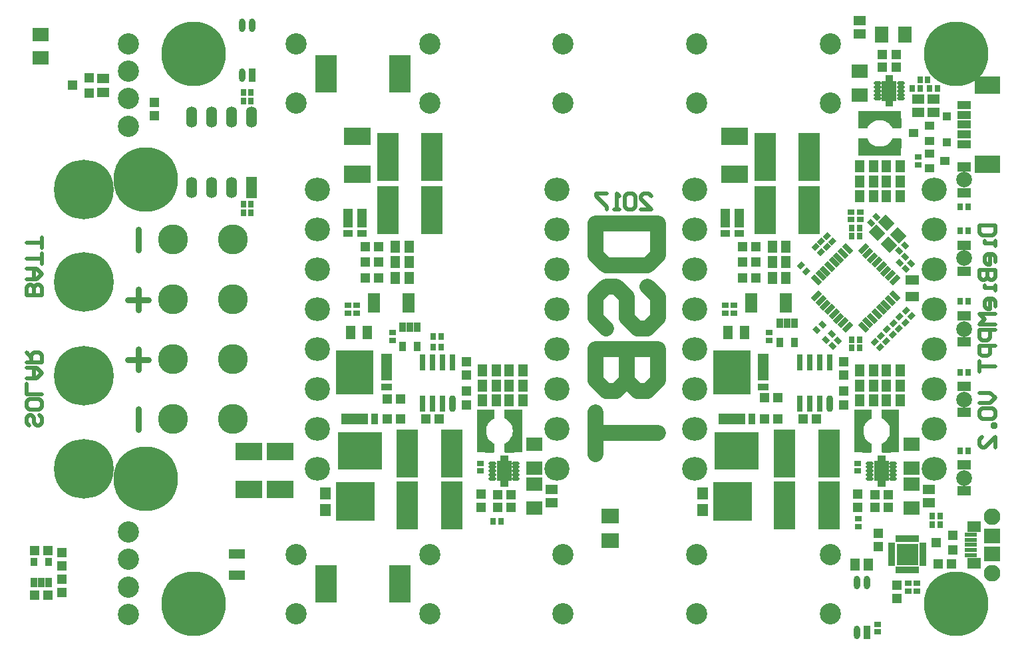
<source format=gbs>
G04 Layer_Color=16711935*
%FSLAX44Y44*%
%MOMM*%
G71*
G01*
G75*
%ADD20C,0.5000*%
%ADD21C,0.8000*%
%ADD98O,3.2032X3.0032*%
%ADD99C,2.7032*%
%ADD100C,7.6032*%
%ADD101C,2.1032*%
%ADD102C,8.2032*%
%ADD103C,3.8032*%
%ADD104C,2.0032*%
%ADD105C,2.0000*%
G04:AMPARAMS|DCode=106|XSize=0.8382mm|YSize=0.7032mm|CornerRadius=0mm|HoleSize=0mm|Usage=FLASHONLY|Rotation=225.000|XOffset=0mm|YOffset=0mm|HoleType=Round|Shape=Rectangle|*
%AMROTATEDRECTD106*
4,1,4,0.0477,0.5450,0.5450,0.0477,-0.0477,-0.5450,-0.5450,-0.0477,0.0477,0.5450,0.0*
%
%ADD106ROTATEDRECTD106*%

G04:AMPARAMS|DCode=107|XSize=1.6032mm|YSize=1.4032mm|CornerRadius=0mm|HoleSize=0mm|Usage=FLASHONLY|Rotation=135.000|XOffset=0mm|YOffset=0mm|HoleType=Round|Shape=Rectangle|*
%AMROTATEDRECTD107*
4,1,4,1.0629,-0.0707,0.0707,-1.0629,-1.0629,0.0707,-0.0707,1.0629,1.0629,-0.0707,0.0*
%
%ADD107ROTATEDRECTD107*%

%ADD108R,1.6032X1.3032*%
%ADD109R,0.8382X0.7032*%
%ADD110R,1.3032X1.6032*%
%ADD111R,1.2032X1.3032*%
%ADD112R,0.7032X0.8382*%
%ADD113R,1.3032X1.2032*%
G04:AMPARAMS|DCode=114|XSize=0.8382mm|YSize=0.7032mm|CornerRadius=0mm|HoleSize=0mm|Usage=FLASHONLY|Rotation=135.000|XOffset=0mm|YOffset=0mm|HoleType=Round|Shape=Rectangle|*
%AMROTATEDRECTD114*
4,1,4,0.5450,-0.0477,0.0477,-0.5450,-0.5450,0.0477,-0.0477,0.5450,0.5450,-0.0477,0.0*
%
%ADD114ROTATEDRECTD114*%

%ADD115R,1.3032X1.7032*%
%ADD116R,1.2132X2.4902*%
%ADD117R,1.2132X0.9652*%
%ADD118R,2.0032X1.3032*%
%ADD119R,1.1532X1.1032*%
%ADD120R,1.1532X1.1032*%
%ADD121R,3.3532X1.4732*%
%ADD122R,0.8132X1.4732*%
%ADD123R,5.7032X4.8032*%
%ADD124R,1.4732X3.3532*%
%ADD125R,1.4732X0.8132*%
%ADD126R,4.8032X5.7032*%
%ADD127R,5.5032X1.1532*%
%ADD128R,1.1532X5.5032*%
%ADD129R,2.8032X4.7032*%
%ADD130R,1.7032X1.3032*%
%ADD131R,1.8032X1.0032*%
%ADD132R,3.2032X2.3032*%
%ADD133R,2.1032X1.9532*%
%ADD134R,1.6032X0.6032*%
%ADD135R,1.6532X1.3532*%
%ADD136R,0.4832X0.9032*%
%ADD137R,1.8532X2.6032*%
G04:AMPARAMS|DCode=138|XSize=0.4332mm|YSize=1.0032mm|CornerRadius=0.1476mm|HoleSize=0mm|Usage=FLASHONLY|Rotation=90.000|XOffset=0mm|YOffset=0mm|HoleType=Round|Shape=RoundedRectangle|*
%AMROUNDEDRECTD138*
21,1,0.4332,0.7080,0,0,90.0*
21,1,0.1380,1.0032,0,0,90.0*
1,1,0.2952,0.3540,0.0690*
1,1,0.2952,0.3540,-0.0690*
1,1,0.2952,-0.3540,-0.0690*
1,1,0.2952,-0.3540,0.0690*
%
%ADD138ROUNDEDRECTD138*%
%ADD139R,1.6032X0.5032*%
%ADD140R,0.9032X1.2032*%
%ADD141R,2.8032X2.8032*%
%ADD142R,0.9532X0.5032*%
%ADD143R,0.5032X0.9532*%
%ADD144R,1.4032X2.7032*%
%ADD145O,1.4032X2.7032*%
%ADD146R,0.8032X2.0032*%
G04:AMPARAMS|DCode=147|XSize=0.8032mm|YSize=2.0032mm|CornerRadius=0.2516mm|HoleSize=0mm|Usage=FLASHONLY|Rotation=0.000|XOffset=0mm|YOffset=0mm|HoleType=Round|Shape=RoundedRectangle|*
%AMROUNDEDRECTD147*
21,1,0.8032,1.5000,0,0,0.0*
21,1,0.3000,2.0032,0,0,0.0*
1,1,0.5032,0.1500,-0.7500*
1,1,0.5032,-0.1500,-0.7500*
1,1,0.5032,-0.1500,0.7500*
1,1,0.5032,0.1500,0.7500*
%
%ADD147ROUNDEDRECTD147*%
G04:AMPARAMS|DCode=148|XSize=0.7032mm|YSize=1.4032mm|CornerRadius=0mm|HoleSize=0mm|Usage=FLASHONLY|Rotation=225.000|XOffset=0mm|YOffset=0mm|HoleType=Round|Shape=Rectangle|*
%AMROTATEDRECTD148*
4,1,4,-0.2475,0.7447,0.7447,-0.2475,0.2475,-0.7447,-0.7447,0.2475,-0.2475,0.7447,0.0*
%
%ADD148ROTATEDRECTD148*%

G04:AMPARAMS|DCode=149|XSize=0.7032mm|YSize=1.4032mm|CornerRadius=0mm|HoleSize=0mm|Usage=FLASHONLY|Rotation=315.000|XOffset=0mm|YOffset=0mm|HoleType=Round|Shape=Rectangle|*
%AMROTATEDRECTD149*
4,1,4,-0.7447,-0.2475,0.2475,0.7447,0.7447,0.2475,-0.2475,-0.7447,-0.7447,-0.2475,0.0*
%
%ADD149ROTATEDRECTD149*%

%ADD150R,3.3532X2.2032*%
%ADD151R,2.2332X1.8532*%
%ADD152R,1.8032X1.3032*%
%ADD153R,1.4732X1.6032*%
%ADD154R,4.9232X5.0032*%
%ADD155R,1.0532X1.0532*%
%ADD156R,1.2032X1.2032*%
%ADD157R,0.8132X1.7232*%
%ADD158O,0.8132X1.7232*%
%ADD159R,2.7032X6.2032*%
%ADD160R,2.0032X1.8032*%
%ADD161R,1.8032X2.0032*%
%ADD162R,0.8932X1.1032*%
%ADD163R,0.8932X1.1932*%
%ADD164C,0.7032*%
G36*
X1081633Y-102491D02*
X1081764Y-102516D01*
X1081890Y-102559D01*
X1082009Y-102618D01*
X1082120Y-102692D01*
X1082220Y-102780D01*
X1082308Y-102880D01*
X1082382Y-102991D01*
X1082441Y-103110D01*
X1082484Y-103237D01*
X1082510Y-103367D01*
X1082518Y-103500D01*
Y-113500D01*
X1082516Y-113531D01*
X1082516Y-113561D01*
X1082512Y-113597D01*
X1082510Y-113633D01*
X1082504Y-113663D01*
X1082500Y-113693D01*
X1082490Y-113728D01*
X1082484Y-113764D01*
X1082474Y-113792D01*
X1082466Y-113822D01*
X1082452Y-113855D01*
X1082441Y-113890D01*
X1082427Y-113917D01*
X1082416Y-113945D01*
X1082398Y-113977D01*
X1082382Y-114009D01*
X1082365Y-114034D01*
X1082350Y-114061D01*
X1082328Y-114090D01*
X1082308Y-114120D01*
X1082288Y-114143D01*
X1082269Y-114167D01*
X1082244Y-114193D01*
X1082220Y-114220D01*
X1082197Y-114240D01*
X1082176Y-114262D01*
X1082147Y-114284D01*
X1082120Y-114308D01*
X1082094Y-114325D01*
X1082070Y-114344D01*
X1082039Y-114362D01*
X1082009Y-114382D01*
X1081982Y-114395D01*
X1081955Y-114411D01*
X1080012Y-115382D01*
X1078649Y-116291D01*
X1075309Y-119631D01*
X1073893Y-121990D01*
X1073443Y-122891D01*
X1072500Y-125720D01*
X1072025Y-130000D01*
X1072504Y-134319D01*
X1072961Y-136145D01*
X1074382Y-138988D01*
X1075291Y-140351D01*
X1077669Y-142729D01*
X1079569Y-144154D01*
X1082024Y-145627D01*
X1082071Y-145660D01*
X1082120Y-145692D01*
X1082126Y-145698D01*
X1082133Y-145703D01*
X1082176Y-145742D01*
X1082220Y-145780D01*
X1082226Y-145787D01*
X1082232Y-145792D01*
X1082270Y-145837D01*
X1082308Y-145880D01*
X1082312Y-145887D01*
X1082318Y-145894D01*
X1082349Y-145943D01*
X1082382Y-145991D01*
X1082386Y-145999D01*
X1082390Y-146006D01*
X1082415Y-146058D01*
X1082441Y-146110D01*
X1082443Y-146119D01*
X1082447Y-146126D01*
X1082465Y-146181D01*
X1082484Y-146236D01*
X1082485Y-146245D01*
X1082488Y-146253D01*
X1082498Y-146310D01*
X1082510Y-146367D01*
X1082510Y-146376D01*
X1082512Y-146384D01*
X1082514Y-146441D01*
X1082518Y-146500D01*
Y-156500D01*
X1082510Y-156633D01*
X1082484Y-156763D01*
X1082441Y-156890D01*
X1082382Y-157009D01*
X1082308Y-157120D01*
X1082220Y-157220D01*
X1082120Y-157308D01*
X1082009Y-157382D01*
X1081890Y-157441D01*
X1081764Y-157484D01*
X1081633Y-157509D01*
X1081500Y-157518D01*
X1071000D01*
X1070867Y-157509D01*
X1070736Y-157484D01*
X1070610Y-157441D01*
X1070491Y-157382D01*
X1070380Y-157308D01*
X1070280Y-157220D01*
X1070192Y-157120D01*
X1070118Y-157009D01*
X1070059Y-156890D01*
X1070016Y-156763D01*
X1069990Y-156633D01*
X1069982Y-156500D01*
Y-130000D01*
Y-103500D01*
X1069990Y-103367D01*
X1070016Y-103237D01*
X1070059Y-103110D01*
X1070118Y-102991D01*
X1070192Y-102880D01*
X1070280Y-102780D01*
X1070380Y-102692D01*
X1070491Y-102618D01*
X1070610Y-102559D01*
X1070736Y-102516D01*
X1070867Y-102491D01*
X1071000Y-102482D01*
X1081500D01*
X1081633Y-102491D01*
D02*
G37*
G36*
X627133D02*
X627263Y-102516D01*
X627390Y-102559D01*
X627509Y-102618D01*
X627620Y-102692D01*
X627720Y-102780D01*
X627808Y-102880D01*
X627882Y-102991D01*
X627941Y-103110D01*
X627984Y-103237D01*
X628009Y-103367D01*
X628018Y-103500D01*
Y-130000D01*
Y-156500D01*
X628009Y-156633D01*
X627984Y-156763D01*
X627941Y-156890D01*
X627882Y-157009D01*
X627808Y-157120D01*
X627720Y-157220D01*
X627620Y-157308D01*
X627509Y-157382D01*
X627390Y-157441D01*
X627263Y-157484D01*
X627133Y-157509D01*
X627000Y-157518D01*
X616500D01*
X616367Y-157509D01*
X616236Y-157484D01*
X616110Y-157441D01*
X615991Y-157382D01*
X615880Y-157308D01*
X615780Y-157220D01*
X615692Y-157120D01*
X615618Y-157009D01*
X615559Y-156890D01*
X615517Y-156763D01*
X615490Y-156633D01*
X615482Y-156500D01*
Y-146500D01*
X615486Y-146441D01*
X615489Y-146384D01*
X615490Y-146376D01*
X615490Y-146367D01*
X615502Y-146310D01*
X615512Y-146253D01*
X615515Y-146245D01*
X615517Y-146236D01*
X615535Y-146181D01*
X615553Y-146126D01*
X615556Y-146119D01*
X615559Y-146110D01*
X615585Y-146058D01*
X615610Y-146006D01*
X615614Y-145999D01*
X615618Y-145991D01*
X615650Y-145943D01*
X615682Y-145894D01*
X615687Y-145887D01*
X615692Y-145880D01*
X615730Y-145837D01*
X615768Y-145792D01*
X615774Y-145787D01*
X615780Y-145780D01*
X615824Y-145742D01*
X615867Y-145703D01*
X615874Y-145698D01*
X615880Y-145692D01*
X615929Y-145660D01*
X615976Y-145627D01*
X618431Y-144154D01*
X620331Y-142729D01*
X621729Y-141331D01*
X623130Y-139462D01*
X624589Y-136545D01*
X625039Y-135645D01*
X625497Y-133813D01*
X625975Y-129993D01*
X625496Y-125680D01*
X625039Y-123855D01*
X623630Y-121038D01*
X622229Y-119169D01*
X619369Y-116309D01*
X617010Y-114893D01*
X616045Y-114411D01*
X616018Y-114395D01*
X615991Y-114382D01*
X615961Y-114362D01*
X615930Y-114344D01*
X615906Y-114325D01*
X615880Y-114308D01*
X615853Y-114284D01*
X615825Y-114262D01*
X615803Y-114240D01*
X615780Y-114220D01*
X615756Y-114193D01*
X615731Y-114167D01*
X615712Y-114143D01*
X615692Y-114120D01*
X615672Y-114090D01*
X615650Y-114061D01*
X615635Y-114034D01*
X615618Y-114009D01*
X615602Y-113977D01*
X615584Y-113945D01*
X615573Y-113917D01*
X615559Y-113890D01*
X615548Y-113855D01*
X615534Y-113822D01*
X615526Y-113792D01*
X615517Y-113764D01*
X615509Y-113728D01*
X615500Y-113693D01*
X615496Y-113663D01*
X615490Y-113633D01*
X615488Y-113597D01*
X615484Y-113561D01*
X615484Y-113531D01*
X615482Y-113500D01*
Y-103500D01*
X615490Y-103367D01*
X615517Y-103237D01*
X615559Y-103110D01*
X615618Y-102991D01*
X615692Y-102880D01*
X615780Y-102780D01*
X615880Y-102692D01*
X615991Y-102618D01*
X616110Y-102559D01*
X616236Y-102516D01*
X616367Y-102491D01*
X616500Y-102482D01*
X627000D01*
X627133Y-102491D01*
D02*
G37*
G36*
X601633D02*
X601763Y-102516D01*
X601890Y-102559D01*
X602009Y-102618D01*
X602120Y-102692D01*
X602220Y-102780D01*
X602308Y-102880D01*
X602382Y-102991D01*
X602441Y-103110D01*
X602483Y-103237D01*
X602509Y-103367D01*
X602518Y-103500D01*
Y-113500D01*
X602516Y-113531D01*
X602516Y-113561D01*
X602512Y-113597D01*
X602509Y-113633D01*
X602504Y-113663D01*
X602500Y-113693D01*
X602491Y-113728D01*
X602483Y-113764D01*
X602474Y-113792D01*
X602466Y-113822D01*
X602452Y-113855D01*
X602441Y-113890D01*
X602427Y-113917D01*
X602416Y-113945D01*
X602398Y-113977D01*
X602382Y-114009D01*
X602365Y-114034D01*
X602350Y-114061D01*
X602328Y-114090D01*
X602308Y-114120D01*
X602288Y-114143D01*
X602269Y-114167D01*
X602244Y-114193D01*
X602220Y-114220D01*
X602197Y-114240D01*
X602175Y-114262D01*
X602147Y-114284D01*
X602120Y-114308D01*
X602094Y-114325D01*
X602070Y-114344D01*
X602039Y-114362D01*
X602009Y-114382D01*
X601982Y-114395D01*
X601955Y-114411D01*
X600012Y-115382D01*
X598649Y-116291D01*
X595309Y-119631D01*
X593893Y-121990D01*
X593443Y-122891D01*
X592500Y-125720D01*
X592024Y-130000D01*
X592504Y-134319D01*
X592961Y-136145D01*
X594382Y-138988D01*
X595291Y-140351D01*
X597669Y-142729D01*
X599569Y-144154D01*
X602024Y-145627D01*
X602071Y-145660D01*
X602120Y-145692D01*
X602126Y-145698D01*
X602133Y-145703D01*
X602176Y-145742D01*
X602220Y-145780D01*
X602226Y-145787D01*
X602232Y-145792D01*
X602270Y-145837D01*
X602308Y-145880D01*
X602313Y-145887D01*
X602318Y-145894D01*
X602350Y-145943D01*
X602382Y-145991D01*
X602386Y-145999D01*
X602390Y-146006D01*
X602415Y-146058D01*
X602441Y-146110D01*
X602444Y-146119D01*
X602447Y-146126D01*
X602465Y-146181D01*
X602483Y-146236D01*
X602485Y-146245D01*
X602488Y-146253D01*
X602498Y-146310D01*
X602509Y-146367D01*
X602510Y-146376D01*
X602511Y-146384D01*
X602514Y-146441D01*
X602518Y-146500D01*
Y-156500D01*
X602509Y-156633D01*
X602483Y-156763D01*
X602441Y-156890D01*
X602382Y-157009D01*
X602308Y-157120D01*
X602220Y-157220D01*
X602120Y-157308D01*
X602009Y-157382D01*
X601890Y-157441D01*
X601763Y-157484D01*
X601633Y-157509D01*
X601500Y-157518D01*
X591000D01*
X590867Y-157509D01*
X590737Y-157484D01*
X590610Y-157441D01*
X590491Y-157382D01*
X590380Y-157308D01*
X590280Y-157220D01*
X590192Y-157120D01*
X590118Y-157009D01*
X590059Y-156890D01*
X590017Y-156763D01*
X589991Y-156633D01*
X589982Y-156500D01*
Y-130000D01*
Y-103500D01*
X589991Y-103367D01*
X590017Y-103237D01*
X590059Y-103110D01*
X590118Y-102991D01*
X590192Y-102880D01*
X590280Y-102780D01*
X590380Y-102692D01*
X590491Y-102618D01*
X590610Y-102559D01*
X590737Y-102516D01*
X590867Y-102491D01*
X591000Y-102482D01*
X601500D01*
X601633Y-102491D01*
D02*
G37*
G36*
X1119633Y268009D02*
X1119763Y267983D01*
X1119890Y267941D01*
X1120009Y267882D01*
X1120120Y267808D01*
X1120220Y267720D01*
X1120308Y267620D01*
X1120382Y267509D01*
X1120441Y267390D01*
X1120483Y267264D01*
X1120509Y267133D01*
X1120518Y267000D01*
Y256500D01*
X1120509Y256367D01*
X1120483Y256236D01*
X1120441Y256110D01*
X1120382Y255991D01*
X1120308Y255880D01*
X1120220Y255780D01*
X1120120Y255692D01*
X1120009Y255618D01*
X1119890Y255559D01*
X1119763Y255516D01*
X1119633Y255490D01*
X1119500Y255482D01*
X1109500D01*
X1109442Y255486D01*
X1109384Y255488D01*
X1109376Y255490D01*
X1109367Y255490D01*
X1109310Y255502D01*
X1109253Y255512D01*
X1109245Y255515D01*
X1109237Y255516D01*
X1109181Y255535D01*
X1109126Y255553D01*
X1109119Y255557D01*
X1109110Y255559D01*
X1109057Y255585D01*
X1109006Y255610D01*
X1108999Y255614D01*
X1108991Y255618D01*
X1108943Y255651D01*
X1108894Y255682D01*
X1108887Y255688D01*
X1108880Y255692D01*
X1108837Y255730D01*
X1108792Y255768D01*
X1108786Y255774D01*
X1108780Y255780D01*
X1108742Y255824D01*
X1108703Y255867D01*
X1108698Y255874D01*
X1108692Y255880D01*
X1108660Y255929D01*
X1108627Y255976D01*
X1107154Y258431D01*
X1105729Y260331D01*
X1104331Y261729D01*
X1102462Y263130D01*
X1099545Y264589D01*
X1098645Y265039D01*
X1096813Y265497D01*
X1092993Y265975D01*
X1088680Y265496D01*
X1086855Y265039D01*
X1084037Y263630D01*
X1082169Y262229D01*
X1079309Y259369D01*
X1077893Y257010D01*
X1077411Y256045D01*
X1077395Y256018D01*
X1077382Y255991D01*
X1077362Y255961D01*
X1077344Y255930D01*
X1077325Y255906D01*
X1077308Y255880D01*
X1077284Y255853D01*
X1077262Y255825D01*
X1077240Y255803D01*
X1077220Y255780D01*
X1077193Y255756D01*
X1077167Y255731D01*
X1077143Y255712D01*
X1077120Y255692D01*
X1077090Y255672D01*
X1077061Y255650D01*
X1077034Y255635D01*
X1077009Y255618D01*
X1076977Y255602D01*
X1076945Y255584D01*
X1076917Y255573D01*
X1076890Y255559D01*
X1076855Y255548D01*
X1076822Y255534D01*
X1076793Y255526D01*
X1076764Y255516D01*
X1076728Y255509D01*
X1076693Y255500D01*
X1076663Y255497D01*
X1076633Y255490D01*
X1076597Y255488D01*
X1076561Y255484D01*
X1076531Y255484D01*
X1076500Y255482D01*
X1066500D01*
X1066367Y255490D01*
X1066236Y255516D01*
X1066110Y255559D01*
X1065991Y255618D01*
X1065880Y255692D01*
X1065780Y255780D01*
X1065692Y255880D01*
X1065618Y255991D01*
X1065559Y256110D01*
X1065517Y256236D01*
X1065490Y256367D01*
X1065482Y256500D01*
Y267000D01*
X1065490Y267133D01*
X1065517Y267264D01*
X1065559Y267390D01*
X1065618Y267509D01*
X1065692Y267620D01*
X1065780Y267720D01*
X1065880Y267808D01*
X1065991Y267882D01*
X1066110Y267941D01*
X1066236Y267983D01*
X1066367Y268009D01*
X1066500Y268018D01*
X1119500D01*
X1119633Y268009D01*
D02*
G37*
G36*
Y242509D02*
X1119763Y242484D01*
X1119890Y242441D01*
X1120009Y242382D01*
X1120120Y242308D01*
X1120220Y242220D01*
X1120308Y242120D01*
X1120382Y242009D01*
X1120441Y241890D01*
X1120483Y241763D01*
X1120509Y241633D01*
X1120518Y241500D01*
Y231000D01*
X1120509Y230867D01*
X1120483Y230737D01*
X1120441Y230610D01*
X1120382Y230491D01*
X1120308Y230380D01*
X1120220Y230280D01*
X1120120Y230192D01*
X1120009Y230118D01*
X1119890Y230059D01*
X1119763Y230016D01*
X1119633Y229991D01*
X1119500Y229982D01*
X1066500D01*
X1066367Y229991D01*
X1066236Y230016D01*
X1066110Y230059D01*
X1065991Y230118D01*
X1065880Y230192D01*
X1065780Y230280D01*
X1065692Y230380D01*
X1065618Y230491D01*
X1065559Y230610D01*
X1065517Y230737D01*
X1065490Y230867D01*
X1065482Y231000D01*
Y241500D01*
X1065490Y241633D01*
X1065517Y241763D01*
X1065559Y241890D01*
X1065618Y242009D01*
X1065692Y242120D01*
X1065780Y242220D01*
X1065880Y242308D01*
X1065991Y242382D01*
X1066110Y242441D01*
X1066236Y242484D01*
X1066367Y242509D01*
X1066500Y242518D01*
X1076500D01*
X1076531Y242516D01*
X1076561Y242516D01*
X1076597Y242512D01*
X1076633Y242509D01*
X1076663Y242504D01*
X1076693Y242500D01*
X1076728Y242491D01*
X1076764Y242484D01*
X1076793Y242474D01*
X1076822Y242466D01*
X1076855Y242452D01*
X1076890Y242441D01*
X1076917Y242427D01*
X1076945Y242416D01*
X1076977Y242398D01*
X1077009Y242382D01*
X1077034Y242365D01*
X1077061Y242350D01*
X1077090Y242328D01*
X1077120Y242308D01*
X1077143Y242288D01*
X1077167Y242269D01*
X1077193Y242244D01*
X1077220Y242220D01*
X1077240Y242197D01*
X1077262Y242176D01*
X1077284Y242147D01*
X1077308Y242120D01*
X1077325Y242094D01*
X1077344Y242070D01*
X1077362Y242039D01*
X1077382Y242009D01*
X1077395Y241982D01*
X1077411Y241955D01*
X1078382Y240012D01*
X1079291Y238649D01*
X1082631Y235309D01*
X1084990Y233893D01*
X1085891Y233443D01*
X1088720Y232500D01*
X1093000Y232024D01*
X1097319Y232504D01*
X1099145Y232961D01*
X1101988Y234382D01*
X1103351Y235291D01*
X1105729Y237669D01*
X1107154Y239569D01*
X1108627Y242024D01*
X1108660Y242071D01*
X1108692Y242120D01*
X1108698Y242126D01*
X1108703Y242133D01*
X1108742Y242176D01*
X1108780Y242220D01*
X1108786Y242226D01*
X1108792Y242232D01*
X1108837Y242270D01*
X1108880Y242308D01*
X1108887Y242313D01*
X1108894Y242318D01*
X1108943Y242349D01*
X1108991Y242382D01*
X1108999Y242386D01*
X1109006Y242390D01*
X1109057Y242415D01*
X1109110Y242441D01*
X1109119Y242444D01*
X1109126Y242447D01*
X1109181Y242465D01*
X1109237Y242484D01*
X1109245Y242485D01*
X1109253Y242488D01*
X1109310Y242498D01*
X1109367Y242509D01*
X1109376Y242510D01*
X1109384Y242512D01*
X1109442Y242514D01*
X1109500Y242518D01*
X1119500D01*
X1119633Y242509D01*
D02*
G37*
G36*
X1107133Y-102491D02*
X1107263Y-102516D01*
X1107390Y-102559D01*
X1107509Y-102618D01*
X1107620Y-102692D01*
X1107720Y-102780D01*
X1107808Y-102880D01*
X1107882Y-102991D01*
X1107941Y-103110D01*
X1107983Y-103237D01*
X1108009Y-103367D01*
X1108018Y-103500D01*
Y-130000D01*
D01*
Y-156500D01*
X1108009Y-156633D01*
X1107983Y-156763D01*
X1107941Y-156890D01*
X1107882Y-157009D01*
X1107808Y-157120D01*
X1107720Y-157220D01*
X1107620Y-157308D01*
X1107509Y-157382D01*
X1107390Y-157441D01*
X1107263Y-157484D01*
X1107133Y-157509D01*
X1107000Y-157518D01*
X1096500D01*
X1096367Y-157509D01*
X1096236Y-157484D01*
X1096110Y-157441D01*
X1095991Y-157382D01*
X1095880Y-157308D01*
X1095780Y-157220D01*
X1095692Y-157120D01*
X1095618Y-157009D01*
X1095559Y-156890D01*
X1095517Y-156763D01*
X1095490Y-156633D01*
X1095482Y-156500D01*
Y-146500D01*
X1095486Y-146441D01*
X1095489Y-146384D01*
X1095490Y-146376D01*
X1095490Y-146367D01*
X1095502Y-146310D01*
X1095512Y-146253D01*
X1095515Y-146245D01*
X1095517Y-146236D01*
X1095535Y-146181D01*
X1095553Y-146126D01*
X1095556Y-146119D01*
X1095559Y-146110D01*
X1095585Y-146058D01*
X1095610Y-146006D01*
X1095614Y-145999D01*
X1095618Y-145991D01*
X1095650Y-145943D01*
X1095682Y-145894D01*
X1095687Y-145887D01*
X1095692Y-145880D01*
X1095730Y-145837D01*
X1095768Y-145792D01*
X1095774Y-145787D01*
X1095780Y-145780D01*
X1095824Y-145742D01*
X1095867Y-145703D01*
X1095874Y-145698D01*
X1095880Y-145692D01*
X1095929Y-145660D01*
X1095976Y-145627D01*
X1098431Y-144154D01*
X1100331Y-142729D01*
X1101729Y-141331D01*
X1103130Y-139462D01*
X1104589Y-136545D01*
X1105039Y-135645D01*
X1105497Y-133813D01*
X1105975Y-129993D01*
X1105496Y-125680D01*
X1105039Y-123855D01*
X1103630Y-121038D01*
X1102229Y-119169D01*
X1099369Y-116309D01*
X1097010Y-114893D01*
X1096045Y-114411D01*
X1096018Y-114395D01*
X1095991Y-114382D01*
X1095961Y-114362D01*
X1095930Y-114344D01*
X1095906Y-114325D01*
X1095880Y-114308D01*
X1095853Y-114284D01*
X1095825Y-114262D01*
X1095803Y-114240D01*
X1095780Y-114220D01*
X1095756Y-114193D01*
X1095731Y-114167D01*
X1095712Y-114143D01*
X1095692Y-114120D01*
X1095672Y-114090D01*
X1095650Y-114061D01*
X1095635Y-114034D01*
X1095618Y-114009D01*
X1095602Y-113977D01*
X1095584Y-113945D01*
X1095573Y-113917D01*
X1095559Y-113890D01*
X1095548Y-113855D01*
X1095534Y-113822D01*
X1095526Y-113792D01*
X1095517Y-113764D01*
X1095509Y-113728D01*
X1095500Y-113693D01*
X1095497Y-113663D01*
X1095490Y-113633D01*
X1095488Y-113597D01*
X1095484Y-113561D01*
X1095484Y-113531D01*
X1095482Y-113500D01*
Y-103500D01*
X1095490Y-103367D01*
X1095517Y-103237D01*
X1095559Y-103110D01*
X1095618Y-102991D01*
X1095692Y-102880D01*
X1095780Y-102780D01*
X1095880Y-102692D01*
X1095991Y-102618D01*
X1096110Y-102559D01*
X1096236Y-102516D01*
X1096367Y-102491D01*
X1096500Y-102482D01*
X1107000D01*
X1107133Y-102491D01*
D02*
G37*
D20*
X788671Y152000D02*
X802000D01*
X788671Y165329D01*
Y168661D01*
X792003Y171994D01*
X798668D01*
X802000Y168661D01*
X782006D02*
X778674Y171994D01*
X772010D01*
X768677Y168661D01*
Y155332D01*
X772010Y152000D01*
X778674D01*
X782006Y155332D01*
Y168661D01*
X762013Y152000D02*
X755348D01*
X758681D01*
Y171994D01*
X762013Y168661D01*
X745352Y171994D02*
X732023D01*
Y168661D01*
X745352Y155332D01*
Y152000D01*
X1220006Y132000D02*
X1240000D01*
Y122003D01*
X1236668Y118671D01*
X1223339D01*
X1220006Y122003D01*
Y132000D01*
X1240000Y112006D02*
Y105342D01*
Y108674D01*
X1226671D01*
Y112006D01*
X1240000Y85348D02*
Y92013D01*
X1236668Y95345D01*
X1230003D01*
X1226671Y92013D01*
Y85348D01*
X1230003Y82016D01*
X1233335D01*
Y95345D01*
X1220006Y75352D02*
X1240000D01*
Y65355D01*
X1236668Y62023D01*
X1233335D01*
X1230003Y65355D01*
Y75352D01*
Y65355D01*
X1226671Y62023D01*
X1223339D01*
X1220006Y65355D01*
Y75352D01*
X1240000Y55358D02*
Y48693D01*
Y52026D01*
X1226671D01*
Y55358D01*
X1240000Y28700D02*
Y35364D01*
X1236668Y38697D01*
X1230003D01*
X1226671Y35364D01*
Y28700D01*
X1230003Y25368D01*
X1233335D01*
Y38697D01*
X1240000Y18703D02*
X1220006D01*
X1226671Y12039D01*
X1220006Y5374D01*
X1240000D01*
Y-1290D02*
X1220006D01*
Y-11287D01*
X1223339Y-14619D01*
X1230003D01*
X1233335Y-11287D01*
Y-1290D01*
X1240000Y-21284D02*
X1220006D01*
Y-31281D01*
X1223339Y-34613D01*
X1230003D01*
X1233335Y-31281D01*
Y-21284D01*
X1220006Y-41277D02*
Y-54606D01*
Y-47942D01*
X1240000D01*
X1220006Y-81265D02*
X1233335D01*
X1240000Y-87929D01*
X1233335Y-94594D01*
X1220006D01*
X1223339Y-101258D02*
X1220006Y-104590D01*
Y-111255D01*
X1223339Y-114587D01*
X1236668D01*
X1240000Y-111255D01*
Y-104590D01*
X1236668Y-101258D01*
X1223339D01*
X1240000Y-121252D02*
X1236668D01*
Y-124584D01*
X1240000D01*
Y-121252D01*
Y-151242D02*
Y-137913D01*
X1226671Y-151242D01*
X1223339D01*
X1220006Y-147910D01*
Y-141245D01*
X1223339Y-137913D01*
X26994Y43000D02*
X7000D01*
Y52997D01*
X10332Y56329D01*
X13664D01*
X16997Y52997D01*
Y43000D01*
Y52997D01*
X20329Y56329D01*
X23661D01*
X26994Y52997D01*
Y43000D01*
X7000Y62993D02*
X20329D01*
X26994Y69658D01*
X20329Y76323D01*
X7000D01*
X16997D01*
Y62993D01*
X26994Y82987D02*
Y96316D01*
Y89652D01*
X7000D01*
X26994Y102981D02*
Y116310D01*
Y109645D01*
X7000D01*
X23661Y-109671D02*
X26994Y-113003D01*
Y-119668D01*
X23661Y-123000D01*
X20329D01*
X16997Y-119668D01*
Y-113003D01*
X13664Y-109671D01*
X10332D01*
X7000Y-113003D01*
Y-119668D01*
X10332Y-123000D01*
X26994Y-93010D02*
Y-99674D01*
X23661Y-103006D01*
X10332D01*
X7000Y-99674D01*
Y-93010D01*
X10332Y-89677D01*
X23661D01*
X26994Y-93010D01*
Y-83013D02*
X7000D01*
Y-69684D01*
Y-63019D02*
X20329D01*
X26994Y-56355D01*
X20329Y-49690D01*
X7000D01*
X16997D01*
Y-63019D01*
X7000Y-43026D02*
X26994D01*
Y-33029D01*
X23661Y-29697D01*
X16997D01*
X13664Y-33029D01*
Y-43026D01*
Y-36361D02*
X7000Y-29697D01*
D21*
X149344Y-25750D02*
Y-52408D01*
X162673Y-39079D02*
X136014D01*
X149344Y50450D02*
Y23792D01*
X162673Y37121D02*
X136014D01*
X149344Y126650D02*
Y99992D01*
Y-101950D02*
Y-128608D01*
D98*
X682400Y25400D02*
D03*
Y76200D02*
D03*
Y127000D02*
D03*
Y177800D02*
D03*
Y-25400D02*
D03*
Y-76200D02*
D03*
Y-127000D02*
D03*
Y-177800D02*
D03*
X377600Y25400D02*
D03*
Y76200D02*
D03*
Y127000D02*
D03*
Y177800D02*
D03*
Y-25400D02*
D03*
Y-76200D02*
D03*
Y-127000D02*
D03*
Y-177800D02*
D03*
X1162400Y25400D02*
D03*
Y76200D02*
D03*
Y127000D02*
D03*
Y177800D02*
D03*
Y-25400D02*
D03*
Y-76200D02*
D03*
Y-127000D02*
D03*
Y-177800D02*
D03*
X857600Y25400D02*
D03*
Y76200D02*
D03*
Y127000D02*
D03*
Y177800D02*
D03*
Y-25400D02*
D03*
Y-76200D02*
D03*
Y-127000D02*
D03*
Y-177800D02*
D03*
D99*
X137000Y258000D02*
D03*
Y363000D02*
D03*
Y328000D02*
D03*
Y293000D02*
D03*
Y-363500D02*
D03*
Y-258500D02*
D03*
Y-293500D02*
D03*
Y-328500D02*
D03*
X350000Y-287500D02*
D03*
Y-362500D02*
D03*
X690000Y-287500D02*
D03*
Y-362500D02*
D03*
X860000Y-287500D02*
D03*
Y-362500D02*
D03*
X1030000Y-287500D02*
D03*
Y-362500D02*
D03*
X520000Y-287500D02*
D03*
Y-362500D02*
D03*
Y287500D02*
D03*
Y362500D02*
D03*
X690000Y287500D02*
D03*
Y362500D02*
D03*
X860000Y287500D02*
D03*
Y362500D02*
D03*
X1030000Y287500D02*
D03*
Y362500D02*
D03*
X350000Y287500D02*
D03*
Y362500D02*
D03*
D100*
X80000Y-177800D02*
D03*
Y-60000D02*
D03*
Y60000D02*
D03*
Y177800D02*
D03*
D101*
X1235500Y-239250D02*
D03*
Y-310750D02*
D03*
D102*
X158600Y-190500D02*
D03*
Y190500D02*
D03*
X1190000Y-350000D02*
D03*
Y350000D02*
D03*
X220000D02*
D03*
Y-350000D02*
D03*
D103*
X193800Y-114300D02*
D03*
X270000D02*
D03*
X193800Y-38100D02*
D03*
X270000D02*
D03*
Y114300D02*
D03*
X193800D02*
D03*
X270000Y38100D02*
D03*
X193800D02*
D03*
D104*
X1200000Y90000D02*
D03*
Y-90000D02*
D03*
Y0D02*
D03*
Y-190000D02*
D03*
Y190000D02*
D03*
D105*
X731026Y134000D02*
X811000D01*
Y94013D01*
X797671Y80684D01*
X744355D01*
X731026Y94013D01*
Y134000D01*
X744355Y710D02*
X731026Y14039D01*
Y40697D01*
X744355Y54026D01*
X757684D01*
X771013Y40697D01*
Y14039D01*
X784342Y710D01*
X797671D01*
X811000Y14039D01*
Y40697D01*
X797671Y54026D01*
X731026Y-25948D02*
X811000D01*
Y-65935D01*
X797671Y-79264D01*
X784342D01*
X771013Y-65935D01*
Y-25948D01*
Y-65935D01*
X757684Y-79264D01*
X744355D01*
X731026Y-65935D01*
Y-25948D01*
Y-105922D02*
Y-159239D01*
Y-132580D01*
X811000D01*
D106*
X1025485Y118536D02*
D03*
X1032556Y111465D02*
D03*
X1025556Y104465D02*
D03*
X1018485Y111536D02*
D03*
X1018556Y97465D02*
D03*
X1011485Y104536D02*
D03*
X1133536Y16465D02*
D03*
X1126464Y23535D02*
D03*
X1094464Y-8464D02*
D03*
X1101535Y-15536D02*
D03*
X1102465Y-465D02*
D03*
X1109536Y-7535D02*
D03*
X999536Y73464D02*
D03*
X992465Y80536D02*
D03*
X1093536Y-23535D02*
D03*
X1086464Y-16465D02*
D03*
X1117535Y465D02*
D03*
X1110464Y7535D02*
D03*
X1118465Y15536D02*
D03*
X1125536Y8464D02*
D03*
D107*
X1089232Y122768D02*
D03*
X1101252Y134789D02*
D03*
X1104788Y107211D02*
D03*
X1116809Y119232D02*
D03*
D108*
X105000Y301250D02*
D03*
Y318750D02*
D03*
X1067000Y375250D02*
D03*
Y392750D02*
D03*
X1142000Y292750D02*
D03*
Y275250D02*
D03*
X1161000D02*
D03*
Y292750D02*
D03*
X675000Y-204250D02*
D03*
Y-221750D02*
D03*
X1155000Y-204250D02*
D03*
Y-221750D02*
D03*
D109*
X1090000Y-386000D02*
D03*
Y-376000D02*
D03*
X585000Y-181000D02*
D03*
Y-171000D02*
D03*
X1065000Y-181000D02*
D03*
Y-171000D02*
D03*
X1129000Y-324000D02*
D03*
Y-334000D02*
D03*
X1142000Y219000D02*
D03*
Y209000D02*
D03*
X1066000Y-252000D02*
D03*
Y-242000D02*
D03*
X1068020Y139000D02*
D03*
Y149000D02*
D03*
X473000Y-5000D02*
D03*
Y-15000D02*
D03*
X952000Y-5000D02*
D03*
Y-15000D02*
D03*
X427000Y20000D02*
D03*
Y30000D02*
D03*
X416000Y20000D02*
D03*
Y30000D02*
D03*
X896000Y20000D02*
D03*
Y30000D02*
D03*
X907000Y20000D02*
D03*
Y30000D02*
D03*
X1140000Y-324000D02*
D03*
Y-334000D02*
D03*
X1056020Y139000D02*
D03*
Y149000D02*
D03*
D110*
X1078750Y-300000D02*
D03*
X1061250D02*
D03*
X604750Y-91000D02*
D03*
X587250D02*
D03*
X1084750Y188000D02*
D03*
X1067250D02*
D03*
X1084750Y207000D02*
D03*
X1067250D02*
D03*
X1084750Y169000D02*
D03*
X1067250D02*
D03*
X604750Y-72000D02*
D03*
X587250D02*
D03*
X604750Y-53000D02*
D03*
X587250D02*
D03*
X1084750Y-91000D02*
D03*
X1067250D02*
D03*
X1084750Y-72000D02*
D03*
X1067250D02*
D03*
X1084750Y-53000D02*
D03*
X1067250D02*
D03*
X621250D02*
D03*
X638750D02*
D03*
X621250Y-91000D02*
D03*
X638750D02*
D03*
X621250Y-72000D02*
D03*
X638750D02*
D03*
X1101250Y-53000D02*
D03*
X1118750D02*
D03*
X1101250Y-91000D02*
D03*
X1118750D02*
D03*
X1101250Y-72000D02*
D03*
X1118750D02*
D03*
X476250Y85000D02*
D03*
X493750D02*
D03*
X476250Y105000D02*
D03*
X493750D02*
D03*
X476250Y65000D02*
D03*
X493750D02*
D03*
X956250Y85000D02*
D03*
X973750D02*
D03*
X956250Y105000D02*
D03*
X973750D02*
D03*
X956250Y65000D02*
D03*
X973750D02*
D03*
X1101250Y169000D02*
D03*
X1118750D02*
D03*
X1101250Y188000D02*
D03*
X1118750D02*
D03*
X1101250Y207000D02*
D03*
X1118750D02*
D03*
D111*
X586000Y-227500D02*
D03*
Y-210500D02*
D03*
X1065000Y-227500D02*
D03*
Y-210500D02*
D03*
X170000Y288500D02*
D03*
Y271500D02*
D03*
X567000Y-41500D02*
D03*
Y-58500D02*
D03*
X1047000Y-96500D02*
D03*
Y-79500D02*
D03*
X1091000Y-277500D02*
D03*
Y-260500D02*
D03*
X1115000Y-326500D02*
D03*
Y-343500D02*
D03*
X567000Y-79500D02*
D03*
Y-96500D02*
D03*
X1047000Y-58500D02*
D03*
Y-41500D02*
D03*
X52000Y-318500D02*
D03*
Y-335500D02*
D03*
Y-301500D02*
D03*
Y-284500D02*
D03*
D112*
X1166000Y306000D02*
D03*
X1156000D02*
D03*
X1144000D02*
D03*
X1134000D02*
D03*
X1154000Y317000D02*
D03*
X1144000D02*
D03*
X535000Y-10000D02*
D03*
X525000D02*
D03*
X611000Y-245000D02*
D03*
X601000D02*
D03*
X1205000Y155000D02*
D03*
X1195000D02*
D03*
X1205000Y35000D02*
D03*
X1195000D02*
D03*
X1205000Y-55000D02*
D03*
X1195000D02*
D03*
X535000Y-23000D02*
D03*
X525000D02*
D03*
X1169960Y-238006D02*
D03*
X1159960D02*
D03*
X1170000Y-249000D02*
D03*
X1160000D02*
D03*
X1205000Y-155000D02*
D03*
X1195000D02*
D03*
X1205000Y125000D02*
D03*
X1195000D02*
D03*
X293000Y290000D02*
D03*
X283000D02*
D03*
X293000Y301000D02*
D03*
X283000D02*
D03*
X293000Y159000D02*
D03*
X283000D02*
D03*
X293000Y148000D02*
D03*
X283000D02*
D03*
X1067000Y128000D02*
D03*
X1057000D02*
D03*
Y-14000D02*
D03*
X1067000D02*
D03*
Y118000D02*
D03*
X1057000D02*
D03*
Y-24000D02*
D03*
X1067000D02*
D03*
D113*
X483500Y-89000D02*
D03*
X466500D02*
D03*
X483500Y-115000D02*
D03*
X466500D02*
D03*
X963500Y-88000D02*
D03*
X946500D02*
D03*
X963500Y-115000D02*
D03*
X946500D02*
D03*
X606500Y-211000D02*
D03*
X623500D02*
D03*
X1113500Y333000D02*
D03*
X1096500D02*
D03*
X1086500Y-211000D02*
D03*
X1103500D02*
D03*
X455500Y85000D02*
D03*
X438500D02*
D03*
X455500Y105000D02*
D03*
X438500D02*
D03*
X455500Y65000D02*
D03*
X438500D02*
D03*
X935500Y85000D02*
D03*
X918500D02*
D03*
X935500Y105000D02*
D03*
X918500D02*
D03*
X935500Y65000D02*
D03*
X918500D02*
D03*
X623500Y-227000D02*
D03*
X606500D02*
D03*
X1012500Y-115000D02*
D03*
X995500D02*
D03*
X1103500Y-227000D02*
D03*
X1086500D02*
D03*
X1096500Y349000D02*
D03*
X1113500D02*
D03*
X532500Y-115000D02*
D03*
X515500D02*
D03*
X1167500Y-299000D02*
D03*
X1184500D02*
D03*
X17500Y-339000D02*
D03*
X34500Y-339000D02*
D03*
X17481Y-282023D02*
D03*
X34481D02*
D03*
D114*
X1031535Y-6464D02*
D03*
X1024464Y-13535D02*
D03*
X1039536Y-14464D02*
D03*
X1032465Y-21535D02*
D03*
X1019536Y5536D02*
D03*
X1012465Y-1535D02*
D03*
X1088556Y142536D02*
D03*
X1081485Y135464D02*
D03*
X1117485Y99465D02*
D03*
X1124556Y106536D02*
D03*
X1125828Y76686D02*
D03*
X1132899Y83757D02*
D03*
X1118018Y84459D02*
D03*
X1125089Y91531D02*
D03*
D115*
X440500Y-5000D02*
D03*
X419500D02*
D03*
X920500D02*
D03*
X899500D02*
D03*
D116*
X913850Y140715D02*
D03*
X896150D02*
D03*
X433850Y140715D02*
D03*
X416150D02*
D03*
D117*
X913850Y121660D02*
D03*
X896150D02*
D03*
X433850Y121660D02*
D03*
X416150D02*
D03*
D118*
X275000Y-313500D02*
D03*
Y-286500D02*
D03*
D119*
X1156000Y204500D02*
D03*
X1176000Y214000D02*
D03*
X1156000Y258500D02*
D03*
X1136000Y249000D02*
D03*
D120*
X1156000Y223500D02*
D03*
Y239500D02*
D03*
D121*
X424850Y-115000D02*
D03*
X904650D02*
D03*
D122*
X450250D02*
D03*
X930050D02*
D03*
D123*
X431200Y-155000D02*
D03*
X911000D02*
D03*
D124*
X465000Y-48650D02*
D03*
X945000D02*
D03*
D125*
X465000Y-74050D02*
D03*
X945000D02*
D03*
D126*
X425000Y-55000D02*
D03*
X905000D02*
D03*
D127*
X1093000Y271750D02*
D03*
Y226250D02*
D03*
D128*
X631750Y-130000D02*
D03*
X586250D02*
D03*
X1111750D02*
D03*
X1066250D02*
D03*
D129*
X482000Y-325000D02*
D03*
X388000D02*
D03*
X388000Y325000D02*
D03*
X482000D02*
D03*
D130*
X1134000Y41500D02*
D03*
Y62500D02*
D03*
D131*
X1200500Y247500D02*
D03*
Y272500D02*
D03*
Y260000D02*
D03*
Y285000D02*
D03*
Y235000D02*
D03*
D132*
X1230000Y310500D02*
D03*
Y209500D02*
D03*
D133*
X1235500Y-286250D02*
D03*
Y-263750D02*
D03*
D134*
X1209000Y-275000D02*
D03*
Y-268500D02*
D03*
Y-262000D02*
D03*
Y-281500D02*
D03*
Y-288000D02*
D03*
D135*
X1213200Y-251500D02*
D03*
Y-298500D02*
D03*
D136*
X617500Y-196500D02*
D03*
X612500D02*
D03*
X617500Y-165500D02*
D03*
X612500D02*
D03*
X1097500Y-196500D02*
D03*
X1092500D02*
D03*
X1097500Y-165500D02*
D03*
X1092500D02*
D03*
X1102500Y318500D02*
D03*
X1107500D02*
D03*
X1102500Y287500D02*
D03*
X1107500D02*
D03*
D137*
X615000Y-181000D02*
D03*
X1095000D02*
D03*
X1105000Y303000D02*
D03*
D138*
X629750Y-181000D02*
D03*
Y-171000D02*
D03*
Y-176000D02*
D03*
Y-186000D02*
D03*
Y-191000D02*
D03*
X600250Y-171000D02*
D03*
Y-176000D02*
D03*
Y-186000D02*
D03*
Y-191000D02*
D03*
Y-181000D02*
D03*
X1109750D02*
D03*
Y-171000D02*
D03*
Y-176000D02*
D03*
Y-186000D02*
D03*
Y-191000D02*
D03*
X1080250Y-171000D02*
D03*
Y-176000D02*
D03*
Y-186000D02*
D03*
Y-191000D02*
D03*
Y-181000D02*
D03*
X1090250Y303000D02*
D03*
Y293000D02*
D03*
Y298000D02*
D03*
Y308000D02*
D03*
Y313000D02*
D03*
X1119750Y293000D02*
D03*
Y298000D02*
D03*
Y308000D02*
D03*
Y313000D02*
D03*
Y303000D02*
D03*
D139*
X493000Y33000D02*
D03*
Y38000D02*
D03*
Y43000D02*
D03*
Y28000D02*
D03*
Y23000D02*
D03*
X449000Y43000D02*
D03*
Y38000D02*
D03*
Y23000D02*
D03*
Y28000D02*
D03*
Y33000D02*
D03*
X973000D02*
D03*
Y38000D02*
D03*
Y43000D02*
D03*
Y28000D02*
D03*
Y23000D02*
D03*
X929000Y43000D02*
D03*
Y38000D02*
D03*
Y23000D02*
D03*
Y28000D02*
D03*
Y33000D02*
D03*
D140*
X485500Y-22000D02*
D03*
X504500D02*
D03*
Y2000D02*
D03*
X495000D02*
D03*
X485500D02*
D03*
X965500Y-17000D02*
D03*
X984500D02*
D03*
Y7000D02*
D03*
X975000D02*
D03*
X965500D02*
D03*
D141*
X1128000Y-287000D02*
D03*
D142*
X1148000Y-284500D02*
D03*
Y-279500D02*
D03*
Y-274500D02*
D03*
Y-299500D02*
D03*
Y-294500D02*
D03*
Y-289500D02*
D03*
X1108000D02*
D03*
Y-294500D02*
D03*
Y-299500D02*
D03*
Y-274500D02*
D03*
Y-279500D02*
D03*
Y-284500D02*
D03*
D143*
X1125500Y-267000D02*
D03*
X1120500D02*
D03*
X1115500D02*
D03*
X1140500D02*
D03*
X1135500D02*
D03*
X1130500D02*
D03*
X1125500Y-307000D02*
D03*
X1120500D02*
D03*
X1115500D02*
D03*
X1140500D02*
D03*
X1135500D02*
D03*
X1130500D02*
D03*
D144*
X293100Y180000D02*
D03*
D145*
X267700D02*
D03*
X242300D02*
D03*
X216900D02*
D03*
X293100Y270000D02*
D03*
X267700D02*
D03*
X242300D02*
D03*
X216900D02*
D03*
D146*
X549050Y-43000D02*
D03*
X536350D02*
D03*
X523650D02*
D03*
X510950D02*
D03*
Y-95000D02*
D03*
X523650D02*
D03*
X536350D02*
D03*
X1029050Y-43000D02*
D03*
X1016350D02*
D03*
X1003650D02*
D03*
X990950D02*
D03*
Y-95000D02*
D03*
X1003650D02*
D03*
X1016350D02*
D03*
D147*
X549050Y-95000D02*
D03*
X1029050Y-95000D02*
D03*
D148*
X1034797Y84881D02*
D03*
X1040453Y90537D02*
D03*
X1046110Y96194D02*
D03*
X1051767Y101851D02*
D03*
X1012169Y62253D02*
D03*
X1017826Y67910D02*
D03*
X1023483Y73567D02*
D03*
X1029140Y79224D02*
D03*
X1094901Y24776D02*
D03*
X1100557Y30433D02*
D03*
X1106214Y36090D02*
D03*
X1111871Y41747D02*
D03*
X1072273Y2149D02*
D03*
X1077930Y7806D02*
D03*
X1083587Y13463D02*
D03*
X1089244Y19120D02*
D03*
D149*
Y84881D02*
D03*
X1083587Y90537D02*
D03*
X1077930Y96194D02*
D03*
X1072273Y101851D02*
D03*
X1111871Y62253D02*
D03*
X1106214Y67910D02*
D03*
X1100557Y73567D02*
D03*
X1094901Y79224D02*
D03*
X1034797Y19120D02*
D03*
X1040453Y13463D02*
D03*
X1046110Y7806D02*
D03*
X1051767Y2149D02*
D03*
X1012169Y41747D02*
D03*
X1017826Y36090D02*
D03*
X1023483Y30433D02*
D03*
X1029140Y24776D02*
D03*
D150*
X330000Y-156000D02*
D03*
Y-204000D02*
D03*
X290000Y-156000D02*
D03*
Y-204000D02*
D03*
X428000Y197000D02*
D03*
Y245000D02*
D03*
X908000Y197000D02*
D03*
Y245000D02*
D03*
D151*
X750000Y-238000D02*
D03*
Y-270000D02*
D03*
D152*
X1200000Y73500D02*
D03*
Y106500D02*
D03*
Y-106500D02*
D03*
Y-73500D02*
D03*
Y-16500D02*
D03*
Y16500D02*
D03*
Y-206500D02*
D03*
Y-173500D02*
D03*
Y206500D02*
D03*
Y173500D02*
D03*
D153*
X387350Y-209600D02*
D03*
Y-230400D02*
D03*
X867350Y-209600D02*
D03*
Y-230400D02*
D03*
D154*
X425400Y-220000D02*
D03*
X905400D02*
D03*
D155*
X1178000Y270750D02*
D03*
Y237250D02*
D03*
D156*
X1185500Y-262500D02*
D03*
Y-281500D02*
D03*
X1164500Y-272000D02*
D03*
X86500Y319500D02*
D03*
Y300500D02*
D03*
X65500Y310000D02*
D03*
D157*
X294350Y323250D02*
D03*
X1076350Y-386750D02*
D03*
D158*
X281650Y323250D02*
D03*
X294350Y386750D02*
D03*
X281650D02*
D03*
X1063650Y-386750D02*
D03*
X1076350Y-323250D02*
D03*
X1063650D02*
D03*
D159*
X1003000Y151000D02*
D03*
X947000D02*
D03*
X548000Y-225000D02*
D03*
X492000D02*
D03*
X548000Y-159000D02*
D03*
X492000D02*
D03*
X1028000Y-225000D02*
D03*
X972000D02*
D03*
X523000Y151000D02*
D03*
X467000D02*
D03*
X523000Y219000D02*
D03*
X467000D02*
D03*
X1028000Y-159000D02*
D03*
X972000D02*
D03*
X1003000Y219000D02*
D03*
X947000D02*
D03*
D160*
X653000Y-147000D02*
D03*
Y-177000D02*
D03*
Y-228000D02*
D03*
Y-198000D02*
D03*
X1133000Y-228000D02*
D03*
Y-198000D02*
D03*
Y-147000D02*
D03*
Y-177000D02*
D03*
X1067000Y328000D02*
D03*
Y298000D02*
D03*
X25000Y375000D02*
D03*
Y345000D02*
D03*
D161*
X1125000Y375000D02*
D03*
X1095000D02*
D03*
D162*
X16500Y-297050D02*
D03*
X35500D02*
D03*
D163*
X16500Y-322950D02*
D03*
X26000Y-322950D02*
D03*
X35500Y-322950D02*
D03*
D164*
X610000Y-188500D02*
D03*
X620000D02*
D03*
Y-173500D02*
D03*
X610000D02*
D03*
X615000Y-181000D02*
D03*
X1090000Y-188500D02*
D03*
X1100000D02*
D03*
Y-173500D02*
D03*
X1090000D02*
D03*
X1095000Y-181000D02*
D03*
X1110000Y310500D02*
D03*
X1100000D02*
D03*
Y295500D02*
D03*
X1110000D02*
D03*
X1105000Y303000D02*
D03*
M02*

</source>
